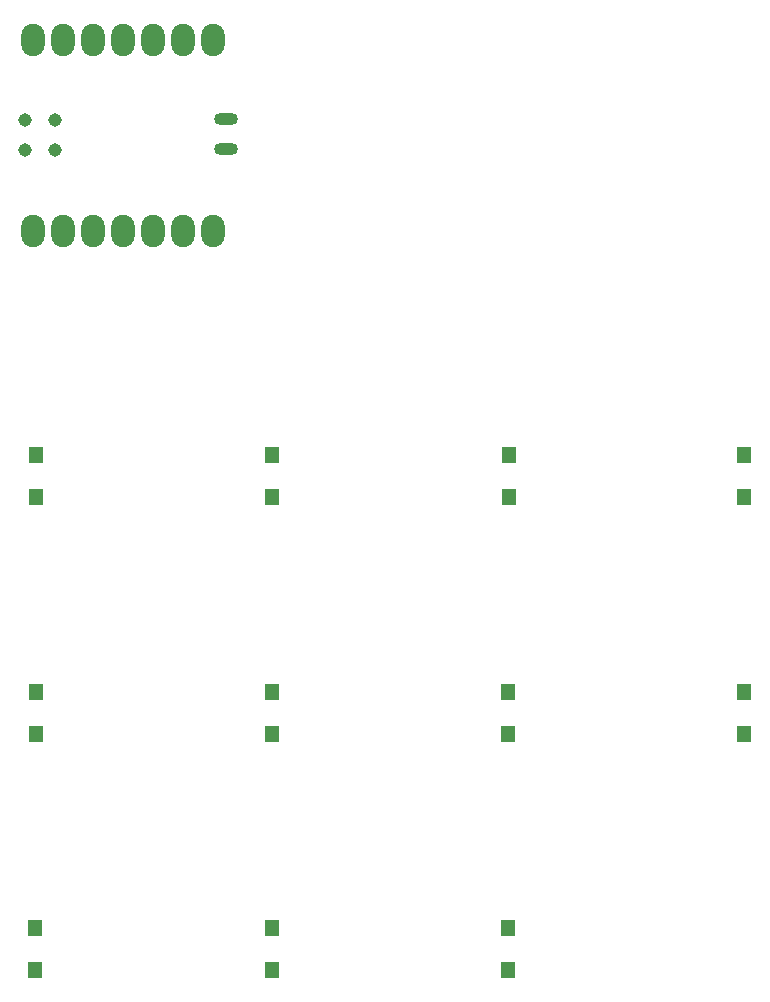
<source format=gbr>
%TF.GenerationSoftware,KiCad,Pcbnew,5.1.7-a382d34a8~88~ubuntu20.04.1*%
%TF.CreationDate,2021-05-04T18:18:29+02:00*%
%TF.ProjectId,WiFiDuck32,57694669-4475-4636-9b33-322e6b696361,2*%
%TF.SameCoordinates,Original*%
%TF.FileFunction,Paste,Top*%
%TF.FilePolarity,Positive*%
%FSLAX46Y46*%
G04 Gerber Fmt 4.6, Leading zero omitted, Abs format (unit mm)*
G04 Created by KiCad (PCBNEW 5.1.7-a382d34a8~88~ubuntu20.04.1) date 2021-05-04 18:18:29*
%MOMM*%
%LPD*%
G01*
G04 APERTURE LIST*
%ADD10R,1.300000X1.400000*%
%ADD11O,1.998980X2.748280*%
%ADD12O,2.032000X1.016000*%
%ADD13C,1.143000*%
G04 APERTURE END LIST*
D10*
%TO.C,D1*%
X30035500Y-62756500D03*
X30035500Y-66306500D03*
%TD*%
%TO.C,D5*%
X30035500Y-86354000D03*
X30035500Y-82804000D03*
%TD*%
%TO.C,D9*%
X29972000Y-106359500D03*
X29972000Y-102809500D03*
%TD*%
%TO.C,D2*%
X50038000Y-62801500D03*
X50038000Y-66351500D03*
%TD*%
%TO.C,D6*%
X49974500Y-82804000D03*
X49974500Y-86354000D03*
%TD*%
%TO.C,D10*%
X49974500Y-102809500D03*
X49974500Y-106359500D03*
%TD*%
%TO.C,D3*%
X70040500Y-66354500D03*
X70040500Y-62804500D03*
%TD*%
%TO.C,D7*%
X69977000Y-86354000D03*
X69977000Y-82804000D03*
%TD*%
%TO.C,D11*%
X69977000Y-106356500D03*
X69977000Y-102806500D03*
%TD*%
%TO.C,D4*%
X89979500Y-62801500D03*
X89979500Y-66351500D03*
%TD*%
%TO.C,D8*%
X89979500Y-82804000D03*
X89979500Y-86354000D03*
%TD*%
D11*
%TO.C,U1*%
X29786580Y-27604720D03*
X32326580Y-27604720D03*
X34866580Y-27604720D03*
X37406580Y-27604720D03*
X39946580Y-27604720D03*
X42486580Y-27604720D03*
X45026580Y-27604720D03*
X45026580Y-43769280D03*
X42486580Y-43769280D03*
X39946580Y-43769280D03*
X37406580Y-43769280D03*
X34866580Y-43769280D03*
X32326580Y-43769280D03*
X29786580Y-43769280D03*
D12*
X46104400Y-36902400D03*
X46104400Y-34352400D03*
D13*
X29100213Y-36903597D03*
X29100213Y-34363597D03*
X31640213Y-36903597D03*
X31640213Y-34363597D03*
%TD*%
M02*

</source>
